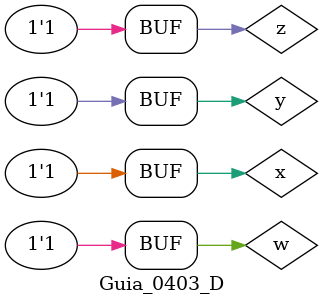
<source format=v>
/**
 * @file Guia_0403_D.v
 * @author 784778 - Wallace Freitas Oliveira (https://github.com/Olivwallace)
 * @brief Guia 04 Exercicio 03 - Arquitetura de Computadores I (PUC-Minas 1°/2023)
 * @date 03-03-2023
 */

`timescale 1ps/1ps
 `include "Guia_0403.v"

 module Guia_0403_D;
    reg x, y, w, z;
    wire s1;

    //Instanciamento
    Questao_D D (s1, x, y, w, z);

    //Inicializacao de Valores
    initial begin
        x = 1'b0; y = 1'b0; w = 1'b0; z = 1'b0;
    end

    //Principal
    initial begin : main
        
        
        $display("Teste Guia_0403 - Expressao Booleana - D");
        
        //Questao D;
        $display("\nd) f (x,y,w,z) = S m ( 1, 2, 5, 7, 8, 10, 12 ) \n");
        
        //Monitoramento
        $display("|  x  y  w  z |  S  |");
        $monitor("| %2b %2b %2b %2b | %2b  |", x, y, w, z, s1);

         //Sinalizacao
        #1 x=0; y=0; w=0; z=0; //0
        #1 x=0; y=0; w=0; z=1; //1
        #1 x=0; y=0; w=1; z=0; //2
        #1 x=0; y=0; w=1; z=1; //3
        #1 x=0; y=1; w=0; z=0; //4
        #1 x=0; y=1; w=0; z=1; //5
        #1 x=0; y=1; w=1; z=0; //6
        #1 x=0; y=1; w=1; z=1; //7
        #1 x=1; y=0; w=0; z=0; //8
        #1 x=1; y=0; w=0; z=1; //9
        #1 x=1; y=0; w=1; z=0; //A
        #1 x=1; y=0; w=1; z=1; //B
        #1 x=1; y=1; w=0; z=0; //C
        #1 x=1; y=1; w=0; z=1; //D
        #1 x=1; y=1; w=1; z=0; //E
        #1 x=1; y=1; w=1; z=1; //F
    end

 endmodule
</source>
